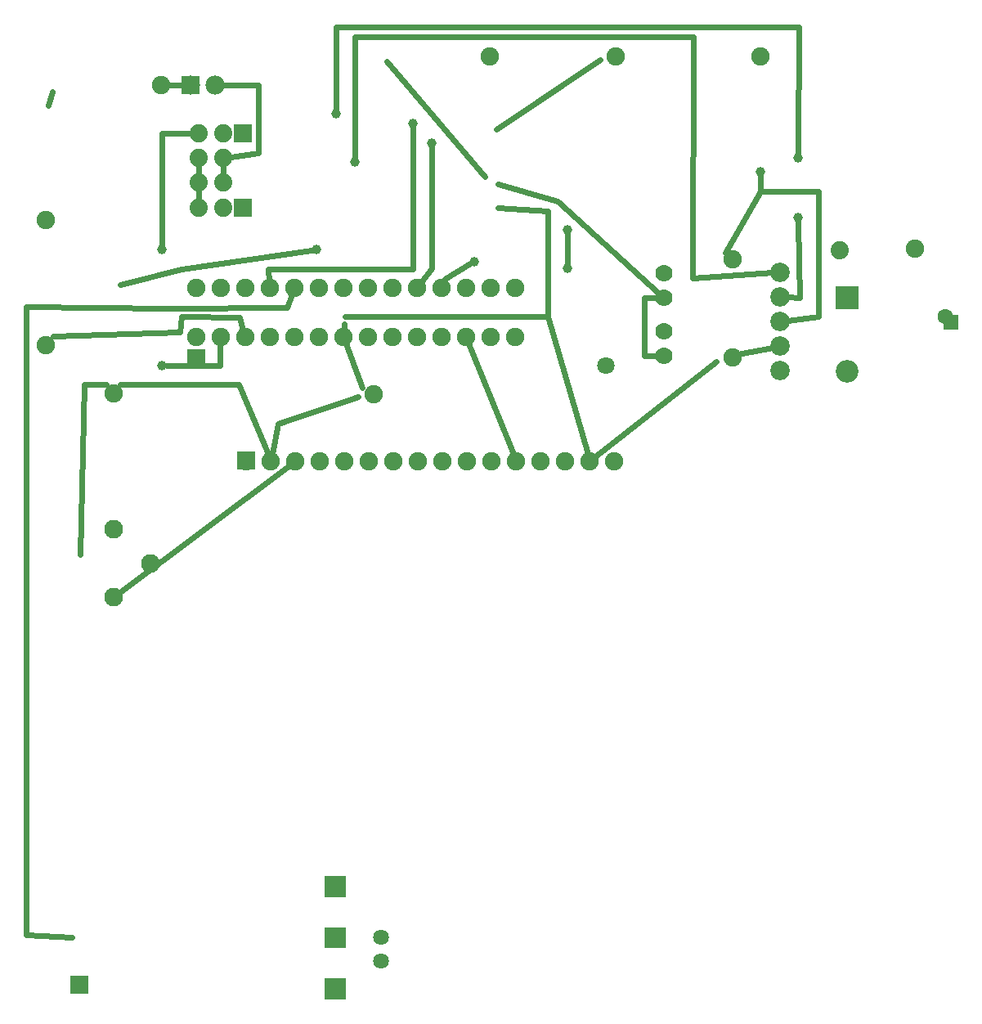
<source format=gtl>
G04 MADE WITH FRITZING*
G04 WWW.FRITZING.ORG*
G04 DOUBLE SIDED*
G04 HOLES PLATED*
G04 CONTOUR ON CENTER OF CONTOUR VECTOR*
%ASAXBY*%
%FSLAX23Y23*%
%MOIN*%
%OFA0B0*%
%SFA1.0B1.0*%
%ADD10C,0.092000*%
%ADD11C,0.039370*%
%ADD12C,0.076772*%
%ADD13C,0.075000*%
%ADD14C,0.070000*%
%ADD15C,0.070925*%
%ADD16C,0.070866*%
%ADD17C,0.079370*%
%ADD18C,0.064187*%
%ADD19C,0.078000*%
%ADD20C,0.074472*%
%ADD21C,0.074000*%
%ADD22C,0.062992*%
%ADD23R,0.092000X0.092000*%
%ADD24R,0.075000X0.075000*%
%ADD25R,0.078000X0.078000*%
%ADD26R,0.074108X0.074472*%
%ADD27R,0.062992X0.062992*%
%ADD28C,0.024000*%
%ADD29R,0.001000X0.001000*%
%LNCOPPER1*%
G90*
G70*
G54D10*
X3406Y3147D03*
X3406Y2847D03*
G54D11*
X1635Y3855D03*
X1241Y3343D03*
X1399Y3698D03*
X2265Y3265D03*
X2265Y3422D03*
X1884Y3294D03*
X1320Y3895D03*
X611Y2871D03*
X1713Y3777D03*
X3052Y3658D03*
X3204Y3717D03*
X3205Y3472D03*
X611Y3343D03*
G54D12*
X414Y1926D03*
X414Y2202D03*
X564Y2064D03*
G54D13*
X1475Y2753D03*
X1475Y2753D03*
G54D14*
X2658Y2910D03*
X2658Y3010D03*
G54D13*
X2937Y3304D03*
X2937Y2904D03*
G54D14*
X2658Y3147D03*
X2658Y3247D03*
G54D13*
X750Y2986D03*
X750Y3186D03*
X850Y2986D03*
X850Y3186D03*
X950Y2986D03*
X950Y3186D03*
X1050Y2986D03*
X1050Y3186D03*
X1150Y2986D03*
X1150Y3186D03*
X1250Y2986D03*
X1250Y3186D03*
X1350Y2986D03*
X1350Y3186D03*
X1450Y2986D03*
X1450Y3186D03*
X1550Y2986D03*
X1550Y3186D03*
X1650Y2986D03*
X1650Y3186D03*
X1750Y2986D03*
X1750Y3186D03*
X1850Y2986D03*
X1850Y3186D03*
X1950Y2986D03*
X1950Y3186D03*
X2050Y2986D03*
X2050Y3186D03*
G54D15*
X2422Y2869D03*
G54D16*
X2422Y2869D03*
G54D17*
X3131Y3250D03*
X3131Y3150D03*
X3131Y3050D03*
X3131Y2950D03*
X3131Y2850D03*
G54D13*
X414Y2755D03*
X414Y2755D03*
G54D18*
X1504Y444D03*
X1504Y539D03*
G54D19*
X729Y4013D03*
X829Y4013D03*
G54D20*
X860Y3816D03*
X760Y3816D03*
X860Y3716D03*
X760Y3716D03*
X860Y3615D03*
X760Y3615D03*
X860Y3514D03*
X760Y3514D03*
X860Y3816D03*
X760Y3816D03*
X860Y3716D03*
X760Y3716D03*
X860Y3615D03*
X760Y3615D03*
X860Y3514D03*
X760Y3514D03*
G54D21*
X3374Y3341D03*
X3374Y3341D03*
X3374Y3341D03*
X3374Y3341D03*
G54D13*
X2460Y4131D03*
X2460Y4131D03*
X1948Y4131D03*
X1948Y4131D03*
X3050Y4131D03*
X3050Y4131D03*
X139Y2952D03*
X139Y2952D03*
X139Y3463D03*
X139Y3463D03*
X609Y4013D03*
X609Y4013D03*
X955Y2481D03*
X1055Y2481D03*
X1155Y2481D03*
X1255Y2481D03*
X1355Y2481D03*
X1455Y2481D03*
X1555Y2481D03*
X1655Y2481D03*
X1755Y2481D03*
X1855Y2481D03*
X1955Y2481D03*
X2055Y2481D03*
X2155Y2481D03*
X2255Y2481D03*
X2355Y2481D03*
X2455Y2481D03*
G54D22*
X3804Y3070D03*
X3804Y3070D03*
G54D13*
X3682Y3345D03*
X3682Y3345D03*
G54D23*
X3406Y3147D03*
G54D24*
X750Y2898D03*
G54D25*
X729Y4013D03*
G54D26*
X943Y3816D03*
X943Y3816D03*
X943Y3514D03*
G54D24*
X955Y2482D03*
G54D27*
X3828Y3046D03*
G54D28*
X2398Y4115D02*
X1975Y3833D01*
D02*
X942Y3014D02*
X927Y3067D01*
D02*
X147Y3928D02*
X164Y3985D01*
D02*
X1860Y2959D02*
X2044Y2508D01*
D02*
X684Y3006D02*
X167Y2990D01*
D02*
X690Y3068D02*
X684Y3006D01*
D02*
X927Y3067D02*
X690Y3068D01*
D02*
X860Y3646D02*
X860Y3684D01*
D02*
X760Y3646D02*
X760Y3684D01*
D02*
X760Y3546D02*
X760Y3584D01*
D02*
X859Y4013D02*
X1005Y4013D01*
D02*
X2923Y2909D02*
X3100Y2944D01*
D02*
X2378Y2499D02*
X2872Y2886D01*
D02*
X1005Y3737D02*
X891Y3720D01*
D02*
X1005Y4013D02*
X1005Y3737D01*
D02*
X1350Y2986D02*
X1356Y3039D01*
D02*
X1428Y2780D02*
X1350Y2986D01*
D02*
X2186Y3068D02*
X2347Y2509D01*
D02*
X1359Y3068D02*
X2186Y3068D01*
D02*
X1084Y2634D02*
X1411Y2744D01*
D02*
X1060Y2509D02*
X1084Y2634D01*
D02*
X443Y2792D02*
X926Y2792D01*
D02*
X296Y2792D02*
X386Y2792D01*
D02*
X926Y2792D02*
X1044Y2508D01*
D02*
X277Y2101D02*
X296Y2792D01*
D02*
X1981Y3514D02*
X2186Y3501D01*
D02*
X2186Y3501D02*
X2186Y3068D01*
D02*
X699Y4013D02*
X600Y4013D01*
D02*
X1929Y3640D02*
X1529Y4109D01*
D02*
X2639Y3164D02*
X2225Y3541D01*
D02*
X2225Y3541D02*
X1980Y3608D01*
D02*
X2632Y2910D02*
X2579Y2910D01*
D02*
X1635Y3264D02*
X1635Y3836D01*
D02*
X1044Y3264D02*
X1635Y3264D01*
D02*
X2579Y3146D02*
X2632Y3146D01*
D02*
X2579Y2910D02*
X2579Y3146D01*
D02*
X1047Y3214D02*
X1044Y3264D01*
D02*
X244Y540D02*
X59Y549D01*
D02*
X1123Y3107D02*
X1140Y3159D01*
D02*
X636Y3102D02*
X1123Y3107D01*
D02*
X59Y3108D02*
X636Y3102D01*
D02*
X59Y549D02*
X59Y3108D01*
D02*
X690Y3264D02*
X442Y3199D01*
D02*
X1222Y3341D02*
X690Y3264D01*
D02*
X2776Y3225D02*
X2777Y4209D01*
D02*
X3100Y3248D02*
X2776Y3225D01*
D02*
X2265Y3284D02*
X2265Y3403D01*
D02*
X1398Y4210D02*
X1399Y3717D01*
D02*
X2777Y4209D02*
X1398Y4210D01*
D02*
X1764Y3222D02*
X1868Y3285D01*
D02*
X1760Y3213D02*
X1764Y3222D01*
D02*
X3209Y4249D02*
X3204Y3736D01*
D02*
X1320Y4249D02*
X3209Y4249D01*
D02*
X1320Y3914D02*
X1320Y4249D01*
D02*
X848Y2871D02*
X630Y2871D01*
D02*
X849Y2957D02*
X848Y2871D01*
D02*
X3210Y3147D02*
X3161Y3149D01*
D02*
X3205Y3453D02*
X3210Y3147D01*
D02*
X3288Y3580D02*
X3052Y3579D01*
D02*
X3289Y3068D02*
X3288Y3580D01*
D02*
X3161Y3053D02*
X3289Y3068D01*
D02*
X1713Y3265D02*
X1713Y3758D01*
D02*
X1668Y3208D02*
X1713Y3265D01*
D02*
X3052Y3639D02*
X3052Y3579D01*
D02*
X611Y3816D02*
X729Y3816D01*
D02*
X611Y3362D02*
X611Y3816D01*
D02*
X3052Y3579D02*
X2909Y3329D01*
D02*
X444Y1948D02*
X1132Y2464D01*
G54D29*
X1276Y788D02*
X1362Y788D01*
X1276Y787D02*
X1362Y787D01*
X1276Y786D02*
X1362Y786D01*
X1276Y785D02*
X1362Y785D01*
X1276Y784D02*
X1362Y784D01*
X1276Y783D02*
X1362Y783D01*
X1276Y782D02*
X1362Y782D01*
X1276Y781D02*
X1362Y781D01*
X1276Y780D02*
X1362Y780D01*
X1276Y779D02*
X1362Y779D01*
X1276Y778D02*
X1362Y778D01*
X1276Y777D02*
X1362Y777D01*
X1276Y776D02*
X1362Y776D01*
X1276Y775D02*
X1362Y775D01*
X1276Y774D02*
X1362Y774D01*
X1276Y773D02*
X1362Y773D01*
X1276Y772D02*
X1362Y772D01*
X1276Y771D02*
X1362Y771D01*
X1276Y770D02*
X1362Y770D01*
X1276Y769D02*
X1362Y769D01*
X1276Y768D02*
X1362Y768D01*
X1276Y767D02*
X1362Y767D01*
X1276Y766D02*
X1362Y766D01*
X1276Y765D02*
X1362Y765D01*
X1276Y764D02*
X1362Y764D01*
X1276Y763D02*
X1362Y763D01*
X1276Y762D02*
X1362Y762D01*
X1276Y761D02*
X1362Y761D01*
X1276Y760D02*
X1362Y760D01*
X1276Y759D02*
X1362Y759D01*
X1276Y758D02*
X1362Y758D01*
X1276Y757D02*
X1362Y757D01*
X1276Y756D02*
X1362Y756D01*
X1276Y755D02*
X1362Y755D01*
X1276Y754D02*
X1362Y754D01*
X1276Y753D02*
X1362Y753D01*
X1276Y752D02*
X1362Y752D01*
X1276Y751D02*
X1362Y751D01*
X1276Y750D02*
X1362Y750D01*
X1276Y749D02*
X1362Y749D01*
X1276Y748D02*
X1362Y748D01*
X1276Y747D02*
X1362Y747D01*
X1276Y746D02*
X1362Y746D01*
X1276Y745D02*
X1362Y745D01*
X1276Y744D02*
X1362Y744D01*
X1276Y743D02*
X1362Y743D01*
X1276Y742D02*
X1362Y742D01*
X1276Y741D02*
X1362Y741D01*
X1276Y740D02*
X1362Y740D01*
X1276Y739D02*
X1362Y739D01*
X1276Y738D02*
X1362Y738D01*
X1276Y737D02*
X1362Y737D01*
X1276Y736D02*
X1362Y736D01*
X1276Y735D02*
X1362Y735D01*
X1276Y734D02*
X1362Y734D01*
X1276Y733D02*
X1362Y733D01*
X1276Y732D02*
X1362Y732D01*
X1276Y731D02*
X1362Y731D01*
X1276Y730D02*
X1362Y730D01*
X1276Y729D02*
X1362Y729D01*
X1276Y728D02*
X1362Y728D01*
X1276Y727D02*
X1362Y727D01*
X1276Y726D02*
X1362Y726D01*
X1276Y725D02*
X1362Y725D01*
X1276Y724D02*
X1362Y724D01*
X1276Y723D02*
X1362Y723D01*
X1276Y722D02*
X1362Y722D01*
X1276Y721D02*
X1362Y721D01*
X1276Y720D02*
X1362Y720D01*
X1276Y719D02*
X1362Y719D01*
X1276Y718D02*
X1362Y718D01*
X1276Y717D02*
X1362Y717D01*
X1276Y716D02*
X1362Y716D01*
X1276Y715D02*
X1362Y715D01*
X1276Y714D02*
X1362Y714D01*
X1276Y713D02*
X1362Y713D01*
X1276Y712D02*
X1362Y712D01*
X1276Y711D02*
X1362Y711D01*
X1276Y710D02*
X1362Y710D01*
X1276Y709D02*
X1362Y709D01*
X1276Y708D02*
X1362Y708D01*
X1276Y707D02*
X1362Y707D01*
X1276Y706D02*
X1362Y706D01*
X1276Y705D02*
X1362Y705D01*
X1276Y704D02*
X1362Y704D01*
X1276Y703D02*
X1362Y703D01*
X1276Y580D02*
X1362Y580D01*
X1276Y579D02*
X1362Y579D01*
X1276Y578D02*
X1362Y578D01*
X1276Y577D02*
X1362Y577D01*
X1276Y576D02*
X1362Y576D01*
X1276Y575D02*
X1362Y575D01*
X1276Y574D02*
X1362Y574D01*
X1276Y573D02*
X1362Y573D01*
X1276Y572D02*
X1362Y572D01*
X1276Y571D02*
X1362Y571D01*
X1276Y570D02*
X1362Y570D01*
X1276Y569D02*
X1362Y569D01*
X1276Y568D02*
X1362Y568D01*
X1276Y567D02*
X1362Y567D01*
X1276Y566D02*
X1362Y566D01*
X1276Y565D02*
X1362Y565D01*
X1276Y564D02*
X1362Y564D01*
X1276Y563D02*
X1362Y563D01*
X1276Y562D02*
X1362Y562D01*
X1276Y561D02*
X1362Y561D01*
X1276Y560D02*
X1362Y560D01*
X1276Y559D02*
X1362Y559D01*
X1276Y558D02*
X1362Y558D01*
X1276Y557D02*
X1362Y557D01*
X1276Y556D02*
X1362Y556D01*
X1276Y555D02*
X1362Y555D01*
X1276Y554D02*
X1362Y554D01*
X1276Y553D02*
X1362Y553D01*
X1276Y552D02*
X1362Y552D01*
X1276Y551D02*
X1362Y551D01*
X1276Y550D02*
X1362Y550D01*
X1276Y549D02*
X1362Y549D01*
X1276Y548D02*
X1362Y548D01*
X1276Y547D02*
X1362Y547D01*
X1276Y546D02*
X1362Y546D01*
X1276Y545D02*
X1362Y545D01*
X1276Y544D02*
X1362Y544D01*
X1276Y543D02*
X1362Y543D01*
X1276Y542D02*
X1362Y542D01*
X1276Y541D02*
X1362Y541D01*
X1276Y540D02*
X1362Y540D01*
X1276Y539D02*
X1362Y539D01*
X1276Y538D02*
X1362Y538D01*
X1276Y537D02*
X1362Y537D01*
X1276Y536D02*
X1362Y536D01*
X1276Y535D02*
X1362Y535D01*
X1276Y534D02*
X1362Y534D01*
X1276Y533D02*
X1362Y533D01*
X1276Y532D02*
X1362Y532D01*
X1276Y531D02*
X1362Y531D01*
X1276Y530D02*
X1362Y530D01*
X1276Y529D02*
X1362Y529D01*
X1276Y528D02*
X1362Y528D01*
X1276Y527D02*
X1362Y527D01*
X1276Y526D02*
X1362Y526D01*
X1276Y525D02*
X1362Y525D01*
X1276Y524D02*
X1362Y524D01*
X1276Y523D02*
X1362Y523D01*
X1276Y522D02*
X1362Y522D01*
X1276Y521D02*
X1362Y521D01*
X1276Y520D02*
X1362Y520D01*
X1276Y519D02*
X1362Y519D01*
X1276Y518D02*
X1362Y518D01*
X1276Y517D02*
X1362Y517D01*
X1276Y516D02*
X1362Y516D01*
X1276Y515D02*
X1362Y515D01*
X1276Y514D02*
X1362Y514D01*
X1276Y513D02*
X1362Y513D01*
X1276Y512D02*
X1362Y512D01*
X1276Y511D02*
X1362Y511D01*
X1276Y510D02*
X1362Y510D01*
X1276Y509D02*
X1362Y509D01*
X1276Y508D02*
X1362Y508D01*
X1276Y507D02*
X1362Y507D01*
X1276Y506D02*
X1362Y506D01*
X1276Y505D02*
X1362Y505D01*
X1276Y504D02*
X1362Y504D01*
X1276Y503D02*
X1362Y503D01*
X1276Y502D02*
X1362Y502D01*
X1276Y501D02*
X1362Y501D01*
X1276Y500D02*
X1362Y500D01*
X1276Y499D02*
X1362Y499D01*
X1276Y498D02*
X1362Y498D01*
X1276Y497D02*
X1362Y497D01*
X1276Y496D02*
X1362Y496D01*
X1276Y495D02*
X1362Y495D01*
X240Y382D02*
X311Y382D01*
X240Y381D02*
X311Y381D01*
X240Y380D02*
X311Y380D01*
X240Y379D02*
X311Y379D01*
X240Y378D02*
X311Y378D01*
X240Y377D02*
X311Y377D01*
X240Y376D02*
X311Y376D01*
X240Y375D02*
X311Y375D01*
X240Y374D02*
X311Y374D01*
X240Y373D02*
X311Y373D01*
X240Y372D02*
X311Y372D01*
X1276Y372D02*
X1362Y372D01*
X240Y371D02*
X311Y371D01*
X1276Y371D02*
X1362Y371D01*
X240Y370D02*
X311Y370D01*
X1276Y370D02*
X1362Y370D01*
X240Y369D02*
X311Y369D01*
X1276Y369D02*
X1362Y369D01*
X240Y368D02*
X311Y368D01*
X1276Y368D02*
X1362Y368D01*
X240Y367D02*
X311Y367D01*
X1276Y367D02*
X1362Y367D01*
X240Y366D02*
X311Y366D01*
X1276Y366D02*
X1362Y366D01*
X240Y365D02*
X311Y365D01*
X1276Y365D02*
X1362Y365D01*
X240Y364D02*
X311Y364D01*
X1276Y364D02*
X1362Y364D01*
X240Y363D02*
X311Y363D01*
X1276Y363D02*
X1362Y363D01*
X240Y362D02*
X311Y362D01*
X1276Y362D02*
X1362Y362D01*
X240Y361D02*
X311Y361D01*
X1276Y361D02*
X1362Y361D01*
X240Y360D02*
X311Y360D01*
X1276Y360D02*
X1362Y360D01*
X240Y359D02*
X311Y359D01*
X1276Y359D02*
X1362Y359D01*
X240Y358D02*
X311Y358D01*
X1276Y358D02*
X1362Y358D01*
X240Y357D02*
X311Y357D01*
X1276Y357D02*
X1362Y357D01*
X240Y356D02*
X311Y356D01*
X1276Y356D02*
X1362Y356D01*
X240Y355D02*
X311Y355D01*
X1276Y355D02*
X1362Y355D01*
X240Y354D02*
X311Y354D01*
X1276Y354D02*
X1362Y354D01*
X240Y353D02*
X311Y353D01*
X1276Y353D02*
X1362Y353D01*
X240Y352D02*
X311Y352D01*
X1276Y352D02*
X1362Y352D01*
X240Y351D02*
X311Y351D01*
X1276Y351D02*
X1362Y351D01*
X240Y350D02*
X311Y350D01*
X1276Y350D02*
X1362Y350D01*
X240Y349D02*
X311Y349D01*
X1276Y349D02*
X1362Y349D01*
X240Y348D02*
X311Y348D01*
X1276Y348D02*
X1362Y348D01*
X240Y347D02*
X311Y347D01*
X1276Y347D02*
X1362Y347D01*
X240Y346D02*
X311Y346D01*
X1276Y346D02*
X1362Y346D01*
X240Y345D02*
X311Y345D01*
X1276Y345D02*
X1362Y345D01*
X240Y344D02*
X311Y344D01*
X1276Y344D02*
X1362Y344D01*
X240Y343D02*
X311Y343D01*
X1276Y343D02*
X1362Y343D01*
X240Y342D02*
X311Y342D01*
X1276Y342D02*
X1362Y342D01*
X240Y341D02*
X311Y341D01*
X1276Y341D02*
X1362Y341D01*
X240Y340D02*
X311Y340D01*
X1276Y340D02*
X1362Y340D01*
X240Y339D02*
X311Y339D01*
X1276Y339D02*
X1362Y339D01*
X240Y338D02*
X311Y338D01*
X1276Y338D02*
X1362Y338D01*
X240Y337D02*
X311Y337D01*
X1276Y337D02*
X1362Y337D01*
X240Y336D02*
X311Y336D01*
X1276Y336D02*
X1362Y336D01*
X240Y335D02*
X311Y335D01*
X1276Y335D02*
X1362Y335D01*
X240Y334D02*
X311Y334D01*
X1276Y334D02*
X1362Y334D01*
X240Y333D02*
X311Y333D01*
X1276Y333D02*
X1362Y333D01*
X240Y332D02*
X311Y332D01*
X1276Y332D02*
X1362Y332D01*
X240Y331D02*
X311Y331D01*
X1276Y331D02*
X1362Y331D01*
X240Y330D02*
X311Y330D01*
X1276Y330D02*
X1362Y330D01*
X240Y329D02*
X311Y329D01*
X1276Y329D02*
X1362Y329D01*
X240Y328D02*
X311Y328D01*
X1276Y328D02*
X1362Y328D01*
X240Y327D02*
X311Y327D01*
X1276Y327D02*
X1362Y327D01*
X240Y326D02*
X311Y326D01*
X1276Y326D02*
X1362Y326D01*
X240Y325D02*
X311Y325D01*
X1276Y325D02*
X1362Y325D01*
X240Y324D02*
X311Y324D01*
X1276Y324D02*
X1362Y324D01*
X240Y323D02*
X311Y323D01*
X1276Y323D02*
X1362Y323D01*
X240Y322D02*
X311Y322D01*
X1276Y322D02*
X1362Y322D01*
X240Y321D02*
X311Y321D01*
X1276Y321D02*
X1362Y321D01*
X240Y320D02*
X311Y320D01*
X1276Y320D02*
X1362Y320D01*
X240Y319D02*
X311Y319D01*
X1276Y319D02*
X1362Y319D01*
X240Y318D02*
X311Y318D01*
X1276Y318D02*
X1362Y318D01*
X240Y317D02*
X311Y317D01*
X1276Y317D02*
X1362Y317D01*
X240Y316D02*
X311Y316D01*
X1276Y316D02*
X1362Y316D01*
X240Y315D02*
X311Y315D01*
X1276Y315D02*
X1362Y315D01*
X240Y314D02*
X311Y314D01*
X1276Y314D02*
X1362Y314D01*
X240Y313D02*
X311Y313D01*
X1276Y313D02*
X1362Y313D01*
X240Y312D02*
X311Y312D01*
X1276Y312D02*
X1362Y312D01*
X240Y311D02*
X311Y311D01*
X1276Y311D02*
X1362Y311D01*
X1276Y310D02*
X1362Y310D01*
X1276Y309D02*
X1362Y309D01*
X1276Y308D02*
X1362Y308D01*
X1276Y307D02*
X1362Y307D01*
X1276Y306D02*
X1362Y306D01*
X1276Y305D02*
X1362Y305D01*
X1276Y304D02*
X1362Y304D01*
X1276Y303D02*
X1362Y303D01*
X1276Y302D02*
X1362Y302D01*
X1276Y301D02*
X1362Y301D01*
X1276Y300D02*
X1362Y300D01*
X1276Y299D02*
X1362Y299D01*
X1276Y298D02*
X1362Y298D01*
X1276Y297D02*
X1362Y297D01*
X1276Y296D02*
X1362Y296D01*
X1276Y295D02*
X1362Y295D01*
X1276Y294D02*
X1362Y294D01*
X1276Y293D02*
X1362Y293D01*
X1276Y292D02*
X1362Y292D01*
X1276Y291D02*
X1362Y291D01*
X1276Y290D02*
X1362Y290D01*
X1276Y289D02*
X1362Y289D01*
X1276Y288D02*
X1362Y288D01*
X1276Y287D02*
X1362Y287D01*
X1277Y286D02*
X1362Y286D01*
D02*
G04 End of Copper1*
M02*
</source>
